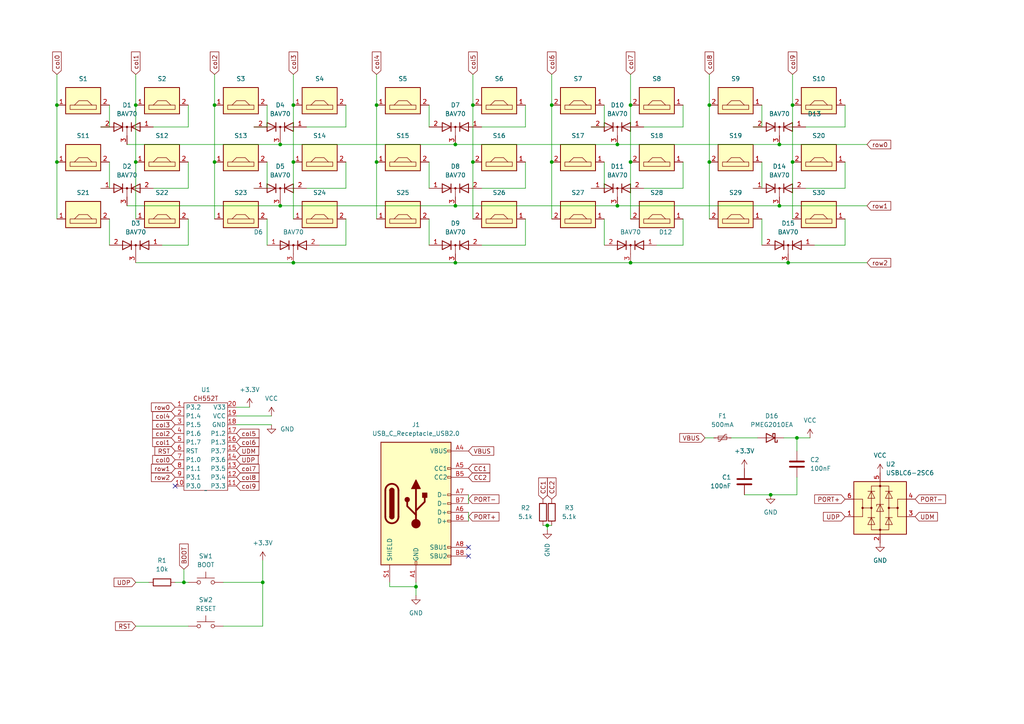
<source format=kicad_sch>
(kicad_sch (version 20231120) (generator "eeschema") (generator_version "8.0")
  (paper "A4")
  (lib_symbols
    (symbol "Connector:USB_C_Receptacle_USB2.0" (pin_names (offset 1.016))
      (property "Reference" "J" (at -10.16 19.05 0))
      (property "Value" "USB_C_Receptacle_USB2.0" (at 19.05 19.05 0))
      (symbol "USB_C_Receptacle_USB2.0_0_0"
        (rectangle (start -0.254 -17.78) (end 0.254 -16.764))
        (rectangle (start 10.16 -14.986) (end 9.144 -15.494))
        (rectangle (start 10.16 -12.446) (end 9.144 -12.954))
        (rectangle (start 10.16 -4.826) (end 9.144 -5.334))
        (rectangle (start 10.16 -2.286) (end 9.144 -2.794))
        (rectangle (start 10.16 0.254) (end 9.144 -0.254))
        (rectangle (start 10.16 2.794) (end 9.144 2.286))
        (rectangle (start 10.16 7.874) (end 9.144 7.366))
        (rectangle (start 10.16 10.414) (end 9.144 9.906))
        (rectangle (start 10.16 15.494) (end 9.144 14.986))
      )
      (symbol "USB_C_Receptacle_USB2.0_0_1"
        (rectangle (start -10.16 17.78) (end 10.16 -17.78) (stroke (width 0.254)) (fill (type background)))
        (arc (start -8.89 -3.81) (mid -6.985 -5.7067) (end -5.08 -3.81) (stroke (width 0.508)))
        (arc (start -7.62 -3.81) (mid -6.985 -4.4423) (end -6.35 -3.81) (stroke (width 0.254)))
        (arc (start -7.62 -3.81) (mid -6.985 -4.4423) (end -6.35 -3.81) (stroke (width 0.254)) (fill (type outline)))
        (rectangle (start -7.62 -3.81) (end -6.35 3.81) (stroke (width 0.254)) (fill (type outline)))
        (arc (start -6.35 3.81) (mid -6.985 4.4423) (end -7.62 3.81) (stroke (width 0.254)))
        (arc (start -6.35 3.81) (mid -6.985 4.4423) (end -7.62 3.81) (stroke (width 0.254)) (fill (type outline)))
        (arc (start -5.08 3.81) (mid -6.985 5.7067) (end -8.89 3.81) (stroke (width 0.508)))
        (circle (center -2.54 1.143) (radius 0.635) (stroke (width 0.254)) (fill (type outline)))
        (circle (center 0 -5.842) (radius 1.27) (fill (type outline)))
        (polyline (pts (xy -8.89 -3.81) (xy -8.89 3.81)) (stroke (width 0.508)))
        (polyline (pts (xy -5.08 3.81) (xy -5.08 -3.81)) (stroke (width 0.508)))
        (polyline (pts (xy 0 -5.842) (xy 0 4.318)) (stroke (width 0.508)))
        (polyline (pts (xy 0 -3.302) (xy -2.54 -0.762) (xy -2.54 0.508)) (stroke (width 0.508)))
        (polyline (pts (xy 0 -2.032) (xy 2.54 0.508) (xy 2.54 1.778)) (stroke (width 0.508)))
        (polyline (pts (xy -1.27 4.318) (xy 0 6.858) (xy 1.27 4.318) (xy -1.27 4.318)) (stroke (width 0.254)) (fill (type outline)))
        (rectangle (start 1.905 1.778) (end 3.175 3.048) (stroke (width 0.254)) (fill (type outline)))
      )
      (symbol "USB_C_Receptacle_USB2.0_1_1"
        (pin passive line (at 0 -22.86 90) (length 5.08) (name "GND") (number "A1"))
        (pin passive line (at 0 -22.86 90) (length 5.08) hide (name "GND") (number "A12"))
        (pin passive line (at 15.24 15.24 180) (length 5.08) (name "VBUS") (number "A4"))
        (pin bidirectional line (at 15.24 10.16 180) (length 5.08) (name "CC1") (number "A5"))
        (pin bidirectional line (at 15.24 -2.54 180) (length 5.08) (name "D+") (number "A6"))
        (pin bidirectional line (at 15.24 2.54 180) (length 5.08) (name "D-") (number "A7"))
        (pin bidirectional line (at 15.24 -12.7 180) (length 5.08) (name "SBU1") (number "A8"))
        (pin passive line (at 15.24 15.24 180) (length 5.08) hide (name "VBUS") (number "A9"))
        (pin passive line (at 0 -22.86 90) (length 5.08) hide (name "GND") (number "B1"))
        (pin passive line (at 0 -22.86 90) (length 5.08) hide (name "GND") (number "B12"))
        (pin passive line (at 15.24 15.24 180) (length 5.08) hide (name "VBUS") (number "B4"))
        (pin bidirectional line (at 15.24 7.62 180) (length 5.08) (name "CC2") (number "B5"))
        (pin bidirectional line (at 15.24 -5.08 180) (length 5.08) (name "D+") (number "B6"))
        (pin bidirectional line (at 15.24 0 180) (length 5.08) (name "D-") (number "B7"))
        (pin bidirectional line (at 15.24 -15.24 180) (length 5.08) (name "SBU2") (number "B8"))
        (pin passive line (at 15.24 15.24 180) (length 5.08) hide (name "VBUS") (number "B9"))
        (pin passive line (at -7.62 -22.86 90) (length 5.08) (name "SHIELD") (number "S1"))
      )
    )
    (symbol "Device:C" (pin_numbers hide) (pin_names (offset 0.254))
      (property "Reference" "C" (at 0.635 2.54 0))
      (property "Value" "C" (at 0.635 -2.54 0))
      (symbol "C_0_1"
        (polyline (pts (xy -2.032 -0.762) (xy 2.032 -0.762)) (stroke (width 0.508)))
        (polyline (pts (xy -2.032 0.762) (xy 2.032 0.762)) (stroke (width 0.508)))
      )
      (symbol "C_1_1"
        (pin passive line (at 0 3.81 270) (length 2.794) (name "~") (number "1"))
        (pin passive line (at 0 -3.81 90) (length 2.794) (name "~") (number "2"))
      )
    )
    (symbol "Device:D_Schottky" (pin_numbers hide) (pin_names (offset 1.016) hide)
      (property "Reference" "D" (at 0 2.54 0))
      (property "Value" "D_Schottky" (at 0 -2.54 0))
      (symbol "D_Schottky_0_1"
        (polyline (pts (xy 1.27 0) (xy -1.27 0)))
        (polyline (pts (xy 1.27 1.27) (xy 1.27 -1.27) (xy -1.27 0) (xy 1.27 1.27)) (stroke (width 0.254)))
        (polyline (pts (xy -1.905 0.635) (xy -1.905 1.27) (xy -1.27 1.27) (xy -1.27 -1.27) (xy -0.635 -1.27) (xy -0.635 -0.635)) (stroke (width 0.254)))
      )
      (symbol "D_Schottky_1_1"
        (pin passive line (at -3.81 0 0) (length 2.54) (name "K") (number "1"))
        (pin passive line (at 3.81 0 180) (length 2.54) (name "A") (number "2"))
      )
    )
    (symbol "Device:Polyfuse_Small" (pin_numbers hide) (pin_names (offset 0))
      (property "Reference" "F" (at -1.905 0 90))
      (property "Value" "Polyfuse_Small" (at 1.905 0 90))
      (symbol "Polyfuse_Small_0_1"
        (rectangle (start -0.508 1.27) (end 0.508 -1.27))
        (polyline (pts (xy 0 2.54) (xy 0 -2.54)))
        (polyline (pts (xy -1.016 1.27) (xy -1.016 0.762) (xy 1.016 -0.762) (xy 1.016 -1.27)))
      )
      (symbol "Polyfuse_Small_1_1"
        (pin passive line (at 0 2.54 270) (length 0.635) (name "~") (number "1"))
        (pin passive line (at 0 -2.54 90) (length 0.635) (name "~") (number "2"))
      )
    )
    (symbol "Device:R" (pin_numbers hide) (pin_names (offset 0))
      (property "Reference" "R" (at 2.032 0 90))
      (property "Value" "R" (at 0 0 90))
      (symbol "R_0_1"
        (rectangle (start -1.016 -2.54) (end 1.016 2.54) (stroke (width 0.254)))
      )
      (symbol "R_1_1"
        (pin passive line (at 0 3.81 270) (length 1.27) (name "~") (number "1"))
        (pin passive line (at 0 -3.81 90) (length 1.27) (name "~") (number "2"))
      )
    )
    (symbol "Diode:BAV70" (pin_names hide)
      (property "Reference" "D" (at 0.635 -2.54 0))
      (property "Value" "BAV70" (at 0 2.54 0))
      (symbol "BAV70_0_1"
        (polyline (pts (xy -3.81 0) (xy 3.81 0)))
        (polyline (pts (xy 0 0) (xy 0 -2.54)))
        (polyline (pts (xy -1.27 -1.27) (xy -1.27 1.27) (xy -1.27 1.27)) (stroke (width 0.254)))
        (polyline (pts (xy 1.27 -1.27) (xy 1.27 1.27) (xy 1.27 1.27)) (stroke (width 0.254)))
        (polyline (pts (xy -3.81 1.27) (xy -1.27 0) (xy -3.81 -1.27) (xy -3.81 1.27) (xy -3.81 1.27) (xy -3.81 1.27)) (stroke (width 0.254)))
        (polyline (pts (xy 3.81 -1.27) (xy 1.27 0) (xy 3.81 1.27) (xy 3.81 -1.27) (xy 3.81 -1.27) (xy 3.81 -1.27)) (stroke (width 0.254)))
        (circle (center 0 0) (radius 0.254) (fill (type outline)))
        (pin passive line (at -7.62 0 0) (length 3.81) (name "A") (number "1"))
        (pin passive line (at 7.62 0 180) (length 3.81) (name "A") (number "2"))
        (pin passive line (at 0 -5.08 90) (length 2.54) (name "K") (number "3"))
      )
    )
    (symbol "Power_Protection:USBLC6-2SC6" (pin_names hide)
      (property "Reference" "U" (at 2.54 8.89 0))
      (property "Value" "USBLC6-2SC6" (at 2.54 -8.89 0))
      (symbol "USBLC6-2SC6_0_1"
        (rectangle (start -7.62 -7.62) (end 7.62 7.62) (stroke (width 0.254)) (fill (type background)))
        (circle (center -5.08 0) (radius 0.254) (fill (type outline)))
        (circle (center -2.54 0) (radius 0.254) (fill (type outline)))
        (rectangle (start -2.54 6.35) (end 2.54 -6.35))
        (circle (center 0 -6.35) (radius 0.254) (fill (type outline)))
        (polyline (pts (xy -5.08 -2.54) (xy -7.62 -2.54)))
        (polyline (pts (xy -5.08 0) (xy -5.08 -2.54)))
        (polyline (pts (xy -5.08 2.54) (xy -7.62 2.54)))
        (polyline (pts (xy -1.524 -2.794) (xy -3.556 -2.794)))
        (polyline (pts (xy -1.524 4.826) (xy -3.556 4.826)))
        (polyline (pts (xy 0 -7.62) (xy 0 -6.35)))
        (polyline (pts (xy 0 -6.35) (xy 0 1.27)))
        (polyline (pts (xy 0 1.27) (xy 0 6.35)))
        (polyline (pts (xy 0 6.35) (xy 0 7.62)))
        (polyline (pts (xy 1.524 -2.794) (xy 3.556 -2.794)))
        (polyline (pts (xy 1.524 4.826) (xy 3.556 4.826)))
        (polyline (pts (xy 5.08 -2.54) (xy 7.62 -2.54)))
        (polyline (pts (xy 5.08 0) (xy 5.08 -2.54)))
        (polyline (pts (xy 5.08 2.54) (xy 7.62 2.54)))
        (polyline (pts (xy -2.54 0) (xy -5.08 0) (xy -5.08 2.54)))
        (polyline (pts (xy 2.54 0) (xy 5.08 0) (xy 5.08 2.54)))
        (polyline (pts (xy -3.556 -4.826) (xy -1.524 -4.826) (xy -2.54 -2.794) (xy -3.556 -4.826)))
        (polyline (pts (xy -3.556 2.794) (xy -1.524 2.794) (xy -2.54 4.826) (xy -3.556 2.794)))
        (polyline (pts (xy -1.016 -1.016) (xy 1.016 -1.016) (xy 0 1.016) (xy -1.016 -1.016)))
        (polyline (pts (xy 1.016 1.016) (xy 0.762 1.016) (xy -1.016 1.016) (xy -1.016 0.508)))
        (polyline (pts (xy 3.556 -4.826) (xy 1.524 -4.826) (xy 2.54 -2.794) (xy 3.556 -4.826)))
        (polyline (pts (xy 3.556 2.794) (xy 1.524 2.794) (xy 2.54 4.826) (xy 3.556 2.794)))
        (circle (center 0 6.35) (radius 0.254) (fill (type outline)))
        (circle (center 2.54 0) (radius 0.254) (fill (type outline)))
        (circle (center 5.08 0) (radius 0.254) (fill (type outline)))
      )
      (symbol "USBLC6-2SC6_1_1"
        (pin passive line (at -10.16 -2.54 0) (length 2.54) (name "I/O1") (number "1"))
        (pin passive line (at 0 -10.16 90) (length 2.54) (name "GND") (number "2"))
        (pin passive line (at 10.16 -2.54 180) (length 2.54) (name "I/O2") (number "3"))
        (pin passive line (at 10.16 2.54 180) (length 2.54) (name "I/O2") (number "4"))
        (pin passive line (at 0 10.16 270) (length 2.54) (name "VBUS") (number "5"))
        (pin passive line (at -10.16 2.54 0) (length 2.54) (name "I/O1") (number "6"))
      )
    )
    (symbol "Switch:SW_Push" (pin_numbers hide) (pin_names (offset 1.016) hide)
      (property "Reference" "SW" (at 1.27 2.54 0))
      (property "Value" "SW_Push" (at 0 -1.524 0))
      (symbol "SW_Push_0_1"
        (circle (center -2.032 0) (radius 0.508))
        (polyline (pts (xy 0 1.27) (xy 0 3.048)))
        (polyline (pts (xy 2.54 1.27) (xy -2.54 1.27)))
        (circle (center 2.032 0) (radius 0.508))
        (pin passive line (at -5.08 0 0) (length 2.54) (name "1") (number "1"))
        (pin passive line (at 5.08 0 180) (length 2.54) (name "2") (number "2"))
      )
    )
    (symbol "apfel:mcu_ch552t_tssop-20"
      (property "Reference" "U1" (at 0 16.51 0))
      (property "Value" "~" (at 0 -12.7 0))
      (symbol "mcu_ch552t_tssop-20_0_1"
        (rectangle (start -6.35 12.7) (end 6.35 -12.7))
      )
      (symbol "mcu_ch552t_tssop-20_1_1"
        (text "CH552T\n" (at 0 13.97 0) (effects (font (size 1.27 1.27))))
        (pin input line (at -8.89 11.43 0) (length 2.54) (name "P3.2") (number "1"))
        (pin input line (at -8.89 -11.43 0) (length 2.54) (name "P3.0") (number "10"))
        (pin input line (at 8.89 -11.43 180) (length 2.54) (name "P3.3") (number "11"))
        (pin input line (at 8.89 -8.89 180) (length 2.54) (name "P3.4") (number "12"))
        (pin input line (at 8.89 -6.35 180) (length 2.54) (name "P3.5") (number "13"))
        (pin input line (at 8.89 -3.81 180) (length 2.54) (name "P3.6") (number "14"))
        (pin input line (at 8.89 -1.27 180) (length 2.54) (name "P3.7") (number "15"))
        (pin input line (at 8.89 1.27 180) (length 2.54) (name "P1.3") (number "16"))
        (pin input line (at 8.89 3.81 180) (length 2.54) (name "P1.2") (number "17"))
        (pin input line (at 8.89 6.35 180) (length 2.54) (name "GND") (number "18"))
        (pin input line (at 8.89 8.89 180) (length 2.54) (name "VCC") (number "19"))
        (pin input line (at -8.89 8.89 0) (length 2.54) (name "P1.4") (number "2"))
        (pin input line (at 8.89 11.43 180) (length 2.54) (name "V33") (number "20"))
        (pin input line (at -8.89 6.35 0) (length 2.54) (name "P1.5") (number "3"))
        (pin input line (at -8.89 3.81 0) (length 2.54) (name "P1.6") (number "4"))
        (pin input line (at -8.89 1.27 0) (length 2.54) (name "P1.7") (number "5"))
        (pin input line (at -8.89 -1.27 0) (length 2.54) (name "RST") (number "6"))
        (pin input line (at -8.89 -3.81 0) (length 2.54) (name "P1.0") (number "7"))
        (pin input line (at -8.89 -6.35 0) (length 2.54) (name "P1.1") (number "8"))
        (pin input line (at -8.89 -8.89 0) (length 2.54) (name "P3.1") (number "9"))
      )
    )
    (symbol "power:+3.3V" (power) (pin_names (offset 0))
      (property "Value" "+3.3V" (at 0 3.556 0))
      (symbol "+3.3V_0_1"
        (polyline (pts (xy -0.762 1.27) (xy 0 2.54)))
        (polyline (pts (xy 0 0) (xy 0 2.54)))
        (polyline (pts (xy 0 2.54) (xy 0.762 1.27)))
      )
      (symbol "+3.3V_1_1"
        (pin power_in line (at 0 0 90) (length 0) hide (name "+3.3V") (number "1"))
      )
    )
    (symbol "power:GND" (power) (pin_names (offset 0))
      (property "Value" "GND" (at 0 -3.81 0))
      (symbol "GND_0_1"
        (polyline (pts (xy 0 0) (xy 0 -1.27) (xy 1.27 -1.27) (xy 0 -2.54) (xy -1.27 -1.27) (xy 0 -1.27)))
      )
      (symbol "GND_1_1"
        (pin power_in line (at 0 0 270) (length 0) hide (name "GND") (number "1"))
      )
    )
    (symbol "power:VCC" (power) (pin_names (offset 0))
      (property "Value" "VCC" (at 0 3.81 0))
      (symbol "VCC_0_1"
        (polyline (pts (xy -0.762 1.27) (xy 0 2.54)))
        (polyline (pts (xy 0 0) (xy 0 2.54)))
        (polyline (pts (xy 0 2.54) (xy 0.762 1.27)))
      )
      (symbol "VCC_1_1"
        (pin power_in line (at 0 0 90) (length 0) hide (name "VCC") (number "1"))
      )
    )
    (symbol "s-ol:PG1350" (pin_names (offset 0.254))
      (property "Reference" "S" (at -2.54 2.54 0))
      (symbol "PG1350_0_1"
        (rectangle (start 5.08 5.08) (end -5.08 -2.54) (stroke (width 0.254)) (fill (type background)))
      )
      (symbol "PG1350_1_1"
        (polyline (pts (xy -2.54 0) (xy -1.27 1.27) (xy 1.27 1.27) (xy 2.54 0)))
        (polyline (pts (xy -3.81 -1.27) (xy 3.81 -1.27) (xy 3.81 0) (xy -3.81 0) (xy -3.81 -1.27)))
        (pin passive line (at -7.62 0 0) (length 2.54) (name "~") (number "1"))
        (pin passive line (at 7.62 0 180) (length 2.54) (name "~") (number "2"))
      )
    )
  )
  (junction (at 76.2 168.91))
  (junction (at 85.09 46.99))
  (junction (at 132.08 59.69))
  (junction (at 179.07 41.91))
  (junction (at 85.09 30.48))
  (junction (at 182.88 30.48))
  (junction (at 228.6 76.2))
  (junction (at 226.06 41.91))
  (junction (at 81.28 59.69))
  (junction (at 85.09 76.2))
  (junction (at 16.51 46.99))
  (junction (at 205.74 30.48))
  (junction (at 158.75 152.4))
  (junction (at 39.37 46.99))
  (junction (at 182.88 46.99))
  (junction (at 39.37 30.48))
  (junction (at 231.14 127))
  (junction (at 62.23 46.99))
  (junction (at 160.02 30.48))
  (junction (at 81.28 41.91))
  (junction (at 16.51 30.48))
  (junction (at 229.87 30.48))
  (junction (at 132.08 41.91))
  (junction (at 109.22 46.99))
  (junction (at 160.02 46.99))
  (junction (at 120.65 170.18))
  (junction (at 229.87 46.99))
  (junction (at 182.88 76.2))
  (junction (at 223.52 143.51))
  (junction (at 137.16 30.48))
  (junction (at 62.23 30.48))
  (junction (at 132.08 76.2))
  (junction (at 179.07 59.69))
  (junction (at 205.74 46.99))
  (junction (at 53.34 168.91))
  (junction (at 226.06 59.69))
  (junction (at 109.22 30.48))
  (junction (at 137.16 46.99))
  (no_connect (at 135.89 158.75))
  (no_connect (at 50.8 140.97))
  (no_connect (at 135.89 161.29))
  (wire (pts (xy 152.4 63.5) (xy 152.4 71.12)))
  (wire (pts (xy 29.21 54.61) (xy 31.75 54.61)))
  (wire (pts (xy 179.07 59.69) (xy 226.06 59.69)))
  (wire (pts (xy 39.37 76.2) (xy 85.09 76.2)))
  (wire (pts (xy 124.46 30.48) (xy 124.46 36.83)))
  (wire (pts (xy 124.46 46.99) (xy 124.46 54.61)))
  (wire (pts (xy 245.11 71.12) (xy 236.22 71.12)))
  (wire (pts (xy 81.28 59.69) (xy 132.08 59.69)))
  (wire (pts (xy 135.89 148.59) (xy 135.89 151.13)))
  (wire (pts (xy 109.22 21.59) (xy 109.22 30.48)))
  (wire (pts (xy 39.37 168.91) (xy 43.18 168.91)))
  (wire (pts (xy 16.51 21.59) (xy 16.51 30.48)))
  (wire (pts (xy 226.06 41.91) (xy 251.46 41.91)))
  (wire (pts (xy 113.03 168.91) (xy 113.03 170.18)))
  (wire (pts (xy 39.37 46.99) (xy 39.37 63.5)))
  (wire (pts (xy 218.44 36.83) (xy 220.98 36.83)))
  (wire (pts (xy 158.75 152.4) (xy 160.02 152.4)))
  (wire (pts (xy 39.37 30.48) (xy 39.37 46.99)))
  (wire (pts (xy 109.22 30.48) (xy 109.22 46.99)))
  (wire (pts (xy 88.9 54.61) (xy 100.33 54.61)))
  (wire (pts (xy 92.71 71.12) (xy 100.33 71.12)))
  (wire (pts (xy 39.37 21.59) (xy 39.37 30.48)))
  (wire (pts (xy 229.87 30.48) (xy 229.87 46.99)))
  (wire (pts (xy 245.11 30.48) (xy 245.11 36.83)))
  (wire (pts (xy 54.61 36.83) (xy 44.45 36.83)))
  (wire (pts (xy 77.47 36.83) (xy 73.66 36.83)))
  (wire (pts (xy 31.75 54.61) (xy 31.75 46.99)))
  (wire (pts (xy 160.02 46.99) (xy 160.02 63.5)))
  (wire (pts (xy 100.33 30.48) (xy 100.33 36.83)))
  (wire (pts (xy 220.98 36.83) (xy 220.98 30.48)))
  (wire (pts (xy 231.14 127) (xy 234.95 127)))
  (wire (pts (xy 229.87 46.99) (xy 229.87 63.5)))
  (wire (pts (xy 54.61 30.48) (xy 54.61 36.83)))
  (wire (pts (xy 113.03 170.18) (xy 120.65 170.18)))
  (wire (pts (xy 54.61 63.5) (xy 54.61 71.12)))
  (wire (pts (xy 198.12 46.99) (xy 198.12 54.61)))
  (wire (pts (xy 231.14 127) (xy 231.14 130.81)))
  (wire (pts (xy 233.68 36.83) (xy 245.11 36.83)))
  (wire (pts (xy 198.12 63.5) (xy 198.12 71.12)))
  (wire (pts (xy 212.09 127) (xy 219.71 127)))
  (wire (pts (xy 85.09 46.99) (xy 85.09 63.5)))
  (wire (pts (xy 160.02 30.48) (xy 160.02 46.99)))
  (wire (pts (xy 53.34 168.91) (xy 54.61 168.91)))
  (wire (pts (xy 76.2 181.61) (xy 64.77 181.61)))
  (wire (pts (xy 152.4 36.83) (xy 152.4 30.48)))
  (wire (pts (xy 64.77 168.91) (xy 76.2 168.91)))
  (wire (pts (xy 31.75 30.48) (xy 31.75 36.83)))
  (wire (pts (xy 175.26 30.48) (xy 175.26 36.83)))
  (wire (pts (xy 109.22 46.99) (xy 109.22 63.5)))
  (wire (pts (xy 152.4 71.12) (xy 139.7 71.12)))
  (wire (pts (xy 100.33 54.61) (xy 100.33 46.99)))
  (wire (pts (xy 220.98 63.5) (xy 220.98 71.12)))
  (wire (pts (xy 78.74 123.19) (xy 68.58 123.19)))
  (wire (pts (xy 16.51 30.48) (xy 16.51 46.99)))
  (wire (pts (xy 31.75 36.83) (xy 29.21 36.83)))
  (wire (pts (xy 245.11 46.99) (xy 245.11 54.61)))
  (wire (pts (xy 175.26 36.83) (xy 171.45 36.83)))
  (wire (pts (xy 85.09 30.48) (xy 85.09 46.99)))
  (wire (pts (xy 44.45 54.61) (xy 54.61 54.61)))
  (wire (pts (xy 135.89 143.51) (xy 135.89 146.05)))
  (wire (pts (xy 182.88 30.48) (xy 182.88 46.99)))
  (wire (pts (xy 132.08 59.69) (xy 179.07 59.69)))
  (wire (pts (xy 228.6 76.2) (xy 251.46 76.2)))
  (wire (pts (xy 220.98 54.61) (xy 218.44 54.61)))
  (wire (pts (xy 186.69 54.61) (xy 198.12 54.61)))
  (wire (pts (xy 85.09 21.59) (xy 85.09 30.48)))
  (wire (pts (xy 68.58 118.11) (xy 72.39 118.11)))
  (wire (pts (xy 160.02 21.59) (xy 160.02 30.48)))
  (wire (pts (xy 31.75 71.12) (xy 31.75 63.5)))
  (wire (pts (xy 220.98 46.99) (xy 220.98 54.61)))
  (wire (pts (xy 198.12 71.12) (xy 190.5 71.12)))
  (wire (pts (xy 50.8 168.91) (xy 53.34 168.91)))
  (wire (pts (xy 215.9 143.51) (xy 223.52 143.51)))
  (wire (pts (xy 62.23 21.59) (xy 62.23 30.48)))
  (wire (pts (xy 100.33 71.12) (xy 100.33 63.5)))
  (wire (pts (xy 229.87 21.59) (xy 229.87 30.48)))
  (wire (pts (xy 100.33 36.83) (xy 88.9 36.83)))
  (wire (pts (xy 245.11 63.5) (xy 245.11 71.12)))
  (wire (pts (xy 85.09 76.2) (xy 132.08 76.2)))
  (wire (pts (xy 77.47 63.5) (xy 77.47 71.12)))
  (wire (pts (xy 175.26 46.99) (xy 175.26 54.61)))
  (wire (pts (xy 204.47 127) (xy 207.01 127)))
  (wire (pts (xy 182.88 21.59) (xy 182.88 30.48)))
  (wire (pts (xy 76.2 162.56) (xy 76.2 168.91)))
  (wire (pts (xy 120.65 168.91) (xy 120.65 170.18)))
  (wire (pts (xy 152.4 54.61) (xy 152.4 46.99)))
  (wire (pts (xy 62.23 30.48) (xy 62.23 46.99)))
  (wire (pts (xy 16.51 46.99) (xy 16.51 63.5)))
  (wire (pts (xy 77.47 30.48) (xy 77.47 36.83)))
  (wire (pts (xy 73.66 54.61) (xy 77.47 54.61)))
  (wire (pts (xy 186.69 36.83) (xy 198.12 36.83)))
  (wire (pts (xy 77.47 54.61) (xy 77.47 46.99)))
  (wire (pts (xy 62.23 46.99) (xy 62.23 63.5)))
  (wire (pts (xy 81.28 41.91) (xy 132.08 41.91)))
  (wire (pts (xy 226.06 59.69) (xy 251.46 59.69)))
  (wire (pts (xy 158.75 152.4) (xy 158.75 153.67)))
  (wire (pts (xy 157.48 152.4) (xy 158.75 152.4)))
  (wire (pts (xy 137.16 46.99) (xy 137.16 63.5)))
  (wire (pts (xy 139.7 36.83) (xy 152.4 36.83)))
  (wire (pts (xy 54.61 54.61) (xy 54.61 46.99)))
  (wire (pts (xy 132.08 76.2) (xy 182.88 76.2)))
  (wire (pts (xy 137.16 21.59) (xy 137.16 30.48)))
  (wire (pts (xy 36.83 59.69) (xy 81.28 59.69)))
  (wire (pts (xy 198.12 30.48) (xy 198.12 36.83)))
  (wire (pts (xy 182.88 46.99) (xy 182.88 63.5)))
  (wire (pts (xy 120.65 170.18) (xy 120.65 172.72)))
  (wire (pts (xy 205.74 21.59) (xy 205.74 30.48)))
  (wire (pts (xy 53.34 165.1) (xy 53.34 168.91)))
  (wire (pts (xy 175.26 54.61) (xy 171.45 54.61)))
  (wire (pts (xy 231.14 143.51) (xy 231.14 138.43)))
  (wire (pts (xy 68.58 120.65) (xy 78.74 120.65)))
  (wire (pts (xy 205.74 30.48) (xy 205.74 46.99)))
  (wire (pts (xy 139.7 54.61) (xy 152.4 54.61)))
  (wire (pts (xy 76.2 168.91) (xy 76.2 181.61)))
  (wire (pts (xy 205.74 46.99) (xy 205.74 63.5)))
  (wire (pts (xy 227.33 127) (xy 231.14 127)))
  (wire (pts (xy 124.46 63.5) (xy 124.46 71.12)))
  (wire (pts (xy 182.88 76.2) (xy 228.6 76.2)))
  (wire (pts (xy 179.07 41.91) (xy 226.06 41.91)))
  (wire (pts (xy 233.68 54.61) (xy 245.11 54.61)))
  (wire (pts (xy 223.52 143.51) (xy 231.14 143.51)))
  (wire (pts (xy 54.61 71.12) (xy 46.99 71.12)))
  (wire (pts (xy 36.83 41.91) (xy 81.28 41.91)))
  (wire (pts (xy 137.16 30.48) (xy 137.16 46.99)))
  (wire (pts (xy 132.08 41.91) (xy 179.07 41.91)))
  (wire (pts (xy 175.26 63.5) (xy 175.26 71.12)))
  (wire (pts (xy 39.37 181.61) (xy 54.61 181.61)))
  (global_label "col3" (shape input) (at 85.09 21.59 90) (property "Intersheetrefs" "${INTERSHEET_REFS}" (effects (hide yes))))
  (global_label "VBUS" (shape input) (at 135.89 130.81 0) (property "Intersheetrefs" "${INTERSHEET_REFS}" (effects (hide yes))))
  (global_label "col5" (shape input) (at 68.58 125.73 0) (property "Intersheetrefs" "${INTERSHEET_REFS}" (effects (hide yes))))
  (global_label "row1" (shape input) (at 251.46 59.69 0) (property "Intersheetrefs" "${INTERSHEET_REFS}" (effects (hide yes))))
  (global_label "col7" (shape input) (at 68.58 135.89 0) (property "Intersheetrefs" "${INTERSHEET_REFS}" (effects (hide yes))))
  (global_label "row0" (shape input) (at 50.8 118.11 180) (property "Intersheetrefs" "${INTERSHEET_REFS}" (effects (hide yes))))
  (global_label "UDP" (shape input) (at 39.37 168.91 180) (property "Intersheetrefs" "${INTERSHEET_REFS}" (effects (hide yes))))
  (global_label "row2" (shape input) (at 50.8 138.43 180) (property "Intersheetrefs" "${INTERSHEET_REFS}" (effects (hide yes))))
  (global_label "row0" (shape input) (at 251.46 41.91 0) (property "Intersheetrefs" "${INTERSHEET_REFS}" (effects (hide yes))))
  (global_label "CC2" (shape input) (at 160.02 144.78 90) (property "Intersheetrefs" "${INTERSHEET_REFS}" (effects (hide yes))))
  (global_label "row2" (shape input) (at 251.46 76.2 0) (property "Intersheetrefs" "${INTERSHEET_REFS}" (effects (hide yes))))
  (global_label "PORT-" (shape input) (at 135.89 144.78 0) (property "Intersheetrefs" "${INTERSHEET_REFS}" (effects (hide yes))))
  (global_label "col3" (shape input) (at 50.8 123.19 180) (property "Intersheetrefs" "${INTERSHEET_REFS}" (effects (hide yes))))
  (global_label "col2" (shape input) (at 50.8 125.73 180) (property "Intersheetrefs" "${INTERSHEET_REFS}" (effects (hide yes))))
  (global_label "col6" (shape input) (at 68.58 128.27 0) (property "Intersheetrefs" "${INTERSHEET_REFS}" (effects (hide yes))))
  (global_label "PORT-" (shape input) (at 265.43 144.78 0) (property "Intersheetrefs" "${INTERSHEET_REFS}" (effects (hide yes))))
  (global_label "UDP" (shape input) (at 245.11 149.86 180) (property "Intersheetrefs" "${INTERSHEET_REFS}" (effects (hide yes))))
  (global_label "UDP" (shape input) (at 68.58 133.35 0) (property "Intersheetrefs" "${INTERSHEET_REFS}" (effects (hide yes))))
  (global_label "col4" (shape input) (at 50.8 120.65 180) (property "Intersheetrefs" "${INTERSHEET_REFS}" (effects (hide yes))))
  (global_label "col8" (shape input) (at 68.58 138.43 0) (property "Intersheetrefs" "${INTERSHEET_REFS}" (effects (hide yes))))
  (global_label "BOOT" (shape input) (at 53.34 165.1 90) (property "Intersheetrefs" "${INTERSHEET_REFS}" (effects (hide yes))))
  (global_label "RST" (shape input) (at 50.8 130.81 180) (property "Intersheetrefs" "${INTERSHEET_REFS}" (effects (hide yes))))
  (global_label "col5" (shape input) (at 137.16 21.59 90) (property "Intersheetrefs" "${INTERSHEET_REFS}" (effects (hide yes))))
  (global_label "UDM" (shape input) (at 68.58 130.81 0) (property "Intersheetrefs" "${INTERSHEET_REFS}" (effects (hide yes))))
  (global_label "CC1" (shape input) (at 135.89 135.89 0) (property "Intersheetrefs" "${INTERSHEET_REFS}" (effects (hide yes))))
  (global_label "VBUS" (shape input) (at 204.47 127 180) (property "Intersheetrefs" "${INTERSHEET_REFS}" (effects (hide yes))))
  (global_label "col8" (shape input) (at 205.74 21.59 90) (property "Intersheetrefs" "${INTERSHEET_REFS}" (effects (hide yes))))
  (global_label "col1" (shape input) (at 50.8 128.27 180) (property "Intersheetrefs" "${INTERSHEET_REFS}" (effects (hide yes))))
  (global_label "col6" (shape input) (at 160.02 21.59 90) (property "Intersheetrefs" "${INTERSHEET_REFS}" (effects (hide yes))))
  (global_label "col2" (shape input) (at 62.23 21.59 90) (property "Intersheetrefs" "${INTERSHEET_REFS}" (effects (hide yes))))
  (global_label "col9" (shape input) (at 68.58 140.97 0) (property "Intersheetrefs" "${INTERSHEET_REFS}" (effects (hide yes))))
  (global_label "col0" (shape input) (at 16.51 21.59 90) (property "Intersheetrefs" "${INTERSHEET_REFS}" (effects (hide yes))))
  (global_label "col1" (shape input) (at 39.37 21.59 90) (property "Intersheetrefs" "${INTERSHEET_REFS}" (effects (hide yes))))
  (global_label "UDM" (shape input) (at 265.43 149.86 0) (property "Intersheetrefs" "${INTERSHEET_REFS}" (effects (hide yes))))
  (global_label "row1" (shape input) (at 50.8 135.89 180) (property "Intersheetrefs" "${INTERSHEET_REFS}" (effects (hide yes))))
  (global_label "PORT+" (shape input) (at 245.11 144.78 180) (property "Intersheetrefs" "${INTERSHEET_REFS}" (effects (hide yes))))
  (global_label "PORT+" (shape input) (at 135.89 149.86 0) (property "Intersheetrefs" "${INTERSHEET_REFS}" (effects (hide yes))))
  (global_label "RST" (shape input) (at 39.37 181.61 180) (property "Intersheetrefs" "${INTERSHEET_REFS}" (effects (hide yes))))
  (global_label "col4" (shape input) (at 109.22 21.59 90) (property "Intersheetrefs" "${INTERSHEET_REFS}" (effects (hide yes))))
  (global_label "col0" (shape input) (at 50.8 133.35 180) (property "Intersheetrefs" "${INTERSHEET_REFS}" (effects (hide yes))))
  (global_label "CC2" (shape input) (at 135.89 138.43 0) (property "Intersheetrefs" "${INTERSHEET_REFS}" (effects (hide yes))))
  (global_label "col7" (shape input) (at 182.88 21.59 90) (property "Intersheetrefs" "${INTERSHEET_REFS}" (effects (hide yes))))
  (global_label "col9" (shape input) (at 229.87 21.59 90) (property "Intersheetrefs" "${INTERSHEET_REFS}" (effects (hide yes))))
  (global_label "CC1" (shape input) (at 157.48 144.78 90) (property "Intersheetrefs" "${INTERSHEET_REFS}" (effects (hide yes))))
  (symbol (lib_id "Device:Polyfuse_Small") (at 209.55 127 270) (unit 1)
    (property "Reference" "F1" (at 209.55 120.65 90))
    (property "Value" "500mA" (at 209.55 123.19 90))
    (property "Footprint" "Fuse:Fuse_0603_1608Metric_Pad1.05x0.95mm_HandSolder" (effects (hide yes)))
  )
  (symbol (lib_id "s-ol:PG1350") (at 46.99 46.99 0) (unit 1)
    (property "Reference" "S12" (at 46.99 39.37 0))
    (property "Value" "PG1350" (effects (hide yes)))
    (property "Footprint" "Cherry_ULP:Cherry_ULP_TH_CUT" (effects (hide yes)))
    (property "Description" "Keyswitch" (effects (hide yes)))
  )
  (symbol (lib_id "s-ol:PG1350") (at 237.49 30.48 0) (mirror y) (unit 1)
    (property "Reference" "S10" (at 237.49 22.86 0))
    (property "Value" "PG1350" (effects (hide yes)))
    (property "Footprint" "Cherry_ULP:Cherry_ULP_TH_CUT" (effects (hide yes)))
    (property "Description" "Keyswitch" (effects (hide yes)))
  )
  (symbol (lib_id "Diode:BAV70") (at 132.08 54.61 0) (unit 1)
    (property "Reference" "D8" (at 132.08 48.26 0))
    (property "Value" "BAV70" (at 132.08 50.8 0))
    (property "Footprint" "Package_TO_SOT_SMD:SOT-23" (effects (hide yes)))
    (property "Datasheet" "https://assets.nexperia.com/documents/data-sheet/BAV70_SER.pdf" (effects (hide yes)))
    (property "Description" "Dual 100V 215mA high-speed switching diodes, common cathode, SOT-23" (effects (hide yes)))
  )
  (symbol (lib_id "Device:D_Schottky") (at 223.52 127 180) (unit 1)
    (property "Reference" "D16" (at 223.8375 120.65 0))
    (property "Value" "PMEG2010EA" (at 223.8375 123.19 0))
    (property "Footprint" "Diode_SMD:D_SOD-323_HandSoldering" (effects (hide yes)))
  )
  (symbol (lib_id "apfel:mcu_ch552t_tssop-20") (at 59.69 129.54 0) (unit 1)
    (property "Reference" "U1" (at 59.69 113.03 0))
    (property "Value" "~" (at 59.69 142.24 0))
    (property "Footprint" "Package_SO:TSSOP-20_4.4x6.5mm_P0.65mm" (effects (hide yes)))
  )
  (symbol (lib_id "s-ol:PG1350") (at 190.5 30.48 0) (mirror y) (unit 1)
    (property "Reference" "S8" (at 190.5 22.86 0))
    (property "Value" "PG1350" (effects (hide yes)))
    (property "Footprint" "Cherry_ULP:Cherry_ULP_TH_CUT" (effects (hide yes)))
    (property "Description" "Keyswitch" (effects (hide yes)))
  )
  (symbol (lib_id "s-ol:PG1350") (at 24.13 63.5 0) (unit 1)
    (property "Reference" "S21" (at 24.13 55.88 0))
    (property "Value" "PG1350" (effects (hide yes)))
    (property "Footprint" "Cherry_ULP:Cherry_ULP_TH_CUT" (effects (hide yes)))
    (property "Description" "Keyswitch" (effects (hide yes)))
  )
  (symbol (lib_id "s-ol:PG1350") (at 46.99 30.48 0) (unit 1)
    (property "Reference" "S2" (at 46.99 22.86 0))
    (property "Value" "PG1350" (effects (hide yes)))
    (property "Footprint" "Cherry_ULP:Cherry_ULP_TH_CUT" (effects (hide yes)))
    (property "Description" "Keyswitch" (effects (hide yes)))
  )
  (symbol (lib_id "Switch:SW_Push") (at 59.69 168.91 0) (unit 1)
    (property "Reference" "SW1" (at 59.69 161.29 0))
    (property "Value" "BOOT" (at 59.69 163.83 0))
    (property "Footprint" "Button_Switch_SMD:SW_Push_SPST_NO_Alps_SKRK" (effects (hide yes)))
  )
  (symbol (lib_id "Diode:BAV70") (at 226.06 54.61 0) (unit 1)
    (property "Reference" "D14" (at 226.06 48.26 0))
    (property "Value" "BAV70" (at 226.06 50.8 0))
    (property "Footprint" "Package_TO_SOT_SMD:SOT-23" (effects (hide yes)))
    (property "Datasheet" "https://assets.nexperia.com/documents/data-sheet/BAV70_SER.pdf" (effects (hide yes)))
    (property "Description" "Dual 100V 215mA high-speed switching diodes, common cathode, SOT-23" (effects (hide yes)))
  )
  (symbol (lib_id "Device:C") (at 231.14 134.62 0) (unit 1)
    (property "Reference" "C2" (at 234.95 133.35 0) (effects (justify left)))
    (property "Value" "100nF" (at 234.95 135.89 0) (effects (justify left)))
    (property "Footprint" "Capacitor_SMD:C_0603_1608Metric_Pad1.08x0.95mm_HandSolder" (effects (hide yes)))
  )
  (symbol (lib_id "s-ol:PG1350") (at 144.78 30.48 0) (mirror y) (unit 1)
    (property "Reference" "S6" (at 144.78 22.86 0))
    (property "Value" "PG1350" (effects (hide yes)))
    (property "Footprint" "Cherry_ULP:Cherry_ULP_TH_CUT" (effects (hide yes)))
    (property "Description" "Keyswitch" (effects (hide yes)))
  )
  (symbol (lib_id "Device:C") (at 215.9 139.7 0) (unit 1)
    (property "Reference" "C1" (at 212.09 138.43 0) (effects (justify right)))
    (property "Value" "100nF" (at 212.09 140.97 0) (effects (justify right)))
    (property "Footprint" "Capacitor_SMD:C_0603_1608Metric_Pad1.08x0.95mm_HandSolder" (effects (hide yes)))
  )
  (symbol (lib_id "s-ol:PG1350") (at 46.99 63.5 0) (unit 1)
    (property "Reference" "S22" (at 46.99 55.88 0))
    (property "Value" "PG1350" (effects (hide yes)))
    (property "Footprint" "Cherry_ULP:Cherry_ULP_TH_CUT" (effects (hide yes)))
    (property "Description" "Keyswitch" (effects (hide yes)))
  )
  (symbol (lib_id "Device:R") (at 157.48 148.59 0) (mirror y) (unit 1)
    (property "Reference" "R2" (at 152.4 147.32 0))
    (property "Value" "5.1k" (at 152.4 149.86 0))
    (property "Footprint" "Resistor_SMD:R_0603_1608Metric_Pad0.98x0.95mm_HandSolder" (effects (hide yes)))
  )
  (symbol (lib_id "Switch:SW_Push") (at 59.69 181.61 0) (unit 1)
    (property "Reference" "SW2" (at 59.69 173.99 0))
    (property "Value" "RESET" (at 59.69 176.53 0))
    (property "Footprint" "Button_Switch_SMD:SW_Push_SPST_NO_Alps_SKRK" (effects (hide yes)))
  )
  (symbol (lib_id "s-ol:PG1350") (at 213.36 30.48 0) (mirror y) (unit 1)
    (property "Reference" "S9" (at 213.36 22.86 0))
    (property "Value" "PG1350" (effects (hide yes)))
    (property "Footprint" "Cherry_ULP:Cherry_ULP_TH_CUT" (effects (hide yes)))
    (property "Description" "Keyswitch" (effects (hide yes)))
  )
  (symbol (lib_id "power:+3.3V") (at 76.2 162.56 0) (mirror y) (unit 1)
    (property "Reference" "#PWR02" (effects (hide yes)))
    (property "Value" "+3.3V" (at 76.2 157.48 0))
  )
  (symbol (lib_id "s-ol:PG1350") (at 116.84 30.48 0) (unit 1)
    (property "Reference" "S5" (at 116.84 22.86 0))
    (property "Value" "PG1350" (effects (hide yes)))
    (property "Footprint" "Cherry_ULP:Cherry_ULP_TH_CUT" (effects (hide yes)))
    (property "Description" "Keyswitch" (effects (hide yes)))
  )
  (symbol (lib_id "s-ol:PG1350") (at 144.78 46.99 0) (mirror y) (unit 1)
    (property "Reference" "S16" (at 144.78 39.37 0))
    (property "Value" "PG1350" (effects (hide yes)))
    (property "Footprint" "Cherry_ULP:Cherry_ULP_TH_CUT" (effects (hide yes)))
    (property "Description" "Keyswitch" (effects (hide yes)))
  )
  (symbol (lib_id "s-ol:PG1350") (at 167.64 63.5 0) (mirror y) (unit 1)
    (property "Reference" "S27" (at 167.64 55.88 0))
    (property "Value" "PG1350" (effects (hide yes)))
    (property "Footprint" "Cherry_ULP:Cherry_ULP_TH_CUT" (effects (hide yes)))
    (property "Description" "Keyswitch" (effects (hide yes)))
  )
  (symbol (lib_id "power:GND") (at 255.27 157.48 0) (unit 1)
    (property "Reference" "#PWR011" (effects (hide yes)))
    (property "Value" "GND" (at 255.27 162.56 0))
  )
  (symbol (lib_id "power:GND") (at 158.75 153.67 0) (mirror y) (unit 1)
    (property "Reference" "#PWR06" (effects (hide yes)))
    (property "Value" "GND" (at 158.75 157.48 90) (effects (justify right)))
  )
  (symbol (lib_id "Diode:BAV70") (at 36.83 36.83 0) (mirror y) (unit 1)
    (property "Reference" "D1" (at 36.83 30.48 0))
    (property "Value" "BAV70" (at 36.83 33.02 0))
    (property "Footprint" "Package_TO_SOT_SMD:SOT-23" (effects (hide yes)))
    (property "Datasheet" "https://assets.nexperia.com/documents/data-sheet/BAV70_SER.pdf" (effects (hide yes)))
    (property "Description" "Dual 100V 215mA high-speed switching diodes, common cathode, SOT-23" (effects (hide yes)))
  )
  (symbol (lib_id "Power_Protection:USBLC6-2SC6") (at 255.27 147.32 0) (unit 1)
    (property "Reference" "U2" (at 256.9211 134.62 0) (effects (justify left)))
    (property "Value" "USBLC6-2SC6" (at 256.9211 137.16 0) (effects (justify left)))
    (property "Footprint" "Package_TO_SOT_SMD:SOT-23-6" (effects (hide yes)))
    (property "Datasheet" "https://www.st.com/resource/en/datasheet/usblc6-2.pdf" (effects (hide yes)))
  )
  (symbol (lib_id "s-ol:PG1350") (at 116.84 63.5 0) (unit 1)
    (property "Reference" "S25" (at 116.84 55.88 0))
    (property "Value" "PG1350" (effects (hide yes)))
    (property "Footprint" "Cherry_ULP:Cherry_ULP_TH_CUT" (effects (hide yes)))
    (property "Description" "Keyswitch" (effects (hide yes)))
  )
  (symbol (lib_id "s-ol:PG1350") (at 190.5 46.99 0) (mirror y) (unit 1)
    (property "Reference" "S18" (at 190.5 39.37 0))
    (property "Value" "PG1350" (effects (hide yes)))
    (property "Footprint" "Cherry_ULP:Cherry_ULP_TH_CUT" (effects (hide yes)))
    (property "Description" "Keyswitch" (effects (hide yes)))
  )
  (symbol (lib_id "power:VCC") (at 255.27 137.16 0) (unit 1)
    (property "Reference" "#PWR010" (effects (hide yes)))
    (property "Value" "VCC" (at 255.27 132.08 0))
  )
  (symbol (lib_id "power:+3.3V") (at 72.39 118.11 0) (unit 1)
    (property "Reference" "#PWR01" (effects (hide yes)))
    (property "Value" "+3.3V" (at 72.39 113.03 0))
  )
  (symbol (lib_id "power:VCC") (at 78.74 120.65 0) (unit 1)
    (property "Reference" "#PWR03" (effects (hide yes)))
    (property "Value" "VCC" (at 78.74 115.57 0))
  )
  (symbol (lib_id "Diode:BAV70") (at 179.07 54.61 0) (unit 1)
    (property "Reference" "D11" (at 179.07 48.26 0))
    (property "Value" "BAV70" (at 179.07 50.8 0))
    (property "Footprint" "Package_TO_SOT_SMD:SOT-23" (effects (hide yes)))
    (property "Datasheet" "https://assets.nexperia.com/documents/data-sheet/BAV70_SER.pdf" (effects (hide yes)))
    (property "Description" "Dual 100V 215mA high-speed switching diodes, common cathode, SOT-23" (effects (hide yes)))
  )
  (symbol (lib_id "s-ol:PG1350") (at 116.84 46.99 0) (unit 1)
    (property "Reference" "S15" (at 116.84 39.37 0))
    (property "Value" "PG1350" (effects (hide yes)))
    (property "Footprint" "Cherry_ULP:Cherry_ULP_TH_CUT" (effects (hide yes)))
    (property "Description" "Keyswitch" (effects (hide yes)))
  )
  (symbol (lib_id "s-ol:PG1350") (at 92.71 46.99 0) (unit 1)
    (property "Reference" "S14" (at 92.71 39.37 0))
    (property "Value" "PG1350" (effects (hide yes)))
    (property "Footprint" "Cherry_ULP:Cherry_ULP_TH_CUT" (effects (hide yes)))
    (property "Description" "Keyswitch" (effects (hide yes)))
  )
  (symbol (lib_id "Diode:BAV70") (at 36.83 54.61 0) (unit 1)
    (property "Reference" "D2" (at 36.83 48.26 0))
    (property "Value" "BAV70" (at 36.83 50.8 0))
    (property "Footprint" "Package_TO_SOT_SMD:SOT-23" (effects (hide yes)))
    (property "Datasheet" "https://assets.nexperia.com/documents/data-sheet/BAV70_SER.pdf" (effects (hide yes)))
    (property "Description" "Dual 100V 215mA high-speed switching diodes, common cathode, SOT-23" (effects (hide yes)))
  )
  (symbol (lib_id "Device:R") (at 160.02 148.59 0) (mirror y) (unit 1)
    (property "Reference" "R3" (at 165.1 147.32 0))
    (property "Value" "5.1k" (at 165.1 149.86 0))
    (property "Footprint" "Resistor_SMD:R_0603_1608Metric_Pad0.98x0.95mm_HandSolder" (effects (hide yes)))
  )
  (symbol (lib_id "s-ol:PG1350") (at 237.49 46.99 0) (mirror y) (unit 1)
    (property "Reference" "S20" (at 237.49 39.37 0))
    (property "Value" "PG1350" (effects (hide yes)))
    (property "Footprint" "Cherry_ULP:Cherry_ULP_TH_CUT" (effects (hide yes)))
    (property "Description" "Keyswitch" (effects (hide yes)))
  )
  (symbol (lib_id "Diode:BAV70") (at 179.07 36.83 0) (mirror y) (unit 1)
    (property "Reference" "D10" (at 179.07 30.48 0))
    (property "Value" "BAV70" (at 179.07 33.02 0))
    (property "Footprint" "Package_TO_SOT_SMD:SOT-23" (effects (hide yes)))
    (property "Datasheet" "https://assets.nexperia.com/documents/data-sheet/BAV70_SER.pdf" (effects (hide yes)))
    (property "Description" "Dual 100V 215mA high-speed switching diodes, common cathode, SOT-23" (effects (hide yes)))
  )
  (symbol (lib_id "Diode:BAV70") (at 85.09 71.12 0) (unit 1)
    (property "Reference" "D6" (at 74.93 67.31 0))
    (property "Value" "BAV70" (at 85.09 67.31 0))
    (property "Footprint" "Package_TO_SOT_SMD:SOT-23" (effects (hide yes)))
    (property "Datasheet" "https://assets.nexperia.com/documents/data-sheet/BAV70_SER.pdf" (effects (hide yes)))
    (property "Description" "Dual 100V 215mA high-speed switching diodes, common cathode, SOT-23" (effects (hide yes)))
  )
  (symbol (lib_id "Diode:BAV70") (at 226.06 36.83 0) (mirror y) (unit 1)
    (property "Reference" "D13" (at 236.22 33.02 0))
    (property "Value" "BAV70" (at 226.06 33.02 0))
    (property "Footprint" "Package_TO_SOT_SMD:SOT-23" (effects (hide yes)))
    (property "Datasheet" "https://assets.nexperia.com/documents/data-sheet/BAV70_SER.pdf" (effects (hide yes)))
    (property "Description" "Dual 100V 215mA high-speed switching diodes, common cathode, SOT-23" (effects (hide yes)))
  )
  (symbol (lib_id "s-ol:PG1350") (at 92.71 63.5 0) (unit 1)
    (property "Reference" "S24" (at 92.71 55.88 0))
    (property "Value" "PG1350" (effects (hide yes)))
    (property "Footprint" "Cherry_ULP:Cherry_ULP_TH_CUT" (effects (hide yes)))
    (property "Description" "Keyswitch" (effects (hide yes)))
  )
  (symbol (lib_id "power:+3.3V") (at 215.9 135.89 0) (mirror y) (unit 1)
    (property "Reference" "#PWR07" (effects (hide yes)))
    (property "Value" "+3.3V" (at 215.9 130.81 0))
  )
  (symbol (lib_id "Diode:BAV70") (at 132.08 71.12 0) (unit 1)
    (property "Reference" "D9" (at 132.08 64.77 0))
    (property "Value" "BAV70" (at 132.08 67.31 0))
    (property "Footprint" "Package_TO_SOT_SMD:SOT-23" (effects (hide yes)))
    (property "Datasheet" "https://assets.nexperia.com/documents/data-sheet/BAV70_SER.pdf" (effects (hide yes)))
    (property "Description" "Dual 100V 215mA high-speed switching diodes, common cathode, SOT-23" (effects (hide yes)))
  )
  (symbol (lib_id "Diode:BAV70") (at 182.88 71.12 0) (mirror y) (unit 1)
    (property "Reference" "D12" (at 193.04 67.31 0))
    (property "Value" "BAV70" (at 182.88 67.31 0))
    (property "Footprint" "Package_TO_SOT_SMD:SOT-23" (effects (hide yes)))
    (property "Datasheet" "https://assets.nexperia.com/documents/data-sheet/BAV70_SER.pdf" (effects (hide yes)))
    (property "Description" "Dual 100V 215mA high-speed switching diodes, common cathode, SOT-23" (effects (hide yes)))
  )
  (symbol (lib_id "power:VCC") (at 234.95 127 0) (mirror y) (unit 1)
    (property "Reference" "#PWR09" (effects (hide yes)))
    (property "Value" "VCC" (at 234.95 121.92 0))
  )
  (symbol (lib_id "Device:R") (at 46.99 168.91 90) (unit 1)
    (property "Reference" "R1" (at 46.99 162.56 90))
    (property "Value" "10k" (at 46.99 165.1 90))
    (property "Footprint" "Resistor_SMD:R_0603_1608Metric_Pad0.98x0.95mm_HandSolder" (effects (hide yes)))
  )
  (symbol (lib_id "power:GND") (at 78.74 123.19 0) (unit 1)
    (property "Reference" "#PWR04" (effects (hide yes)))
    (property "Value" "GND" (at 81.28 124.46 0) (effects (justify left)))
  )
  (symbol (lib_id "Diode:BAV70") (at 228.6 71.12 0) (mirror y) (unit 1)
    (property "Reference" "D15" (at 228.6 64.77 0))
    (property "Value" "BAV70" (at 228.6 67.31 0))
    (property "Footprint" "Package_TO_SOT_SMD:SOT-23" (effects (hide yes)))
    (property "Datasheet" "https://assets.nexperia.com/documents/data-sheet/BAV70_SER.pdf" (effects (hide yes)))
    (property "Description" "Dual 100V 215mA high-speed switching diodes, common cathode, SOT-23" (effects (hide yes)))
  )
  (symbol (lib_id "power:GND") (at 223.52 143.51 0) (unit 1)
    (property "Reference" "#PWR08" (effects (hide yes)))
    (property "Value" "GND" (at 223.52 148.59 0))
  )
  (symbol (lib_id "s-ol:PG1350") (at 69.85 63.5 0) (unit 1)
    (property "Reference" "S23" (at 69.85 55.88 0))
    (property "Value" "PG1350" (effects (hide yes)))
    (property "Footprint" "Cherry_ULP:Cherry_ULP_TH_CUT" (effects (hide yes)))
    (property "Description" "Keyswitch" (effects (hide yes)))
  )
  (symbol (lib_id "Diode:BAV70") (at 132.08 36.83 0) (mirror y) (unit 1)
    (property "Reference" "D7" (at 132.08 30.48 0))
    (property "Value" "BAV70" (at 132.08 33.02 0))
    (property "Footprint" "Package_TO_SOT_SMD:SOT-23" (effects (hide yes)))
    (property "Datasheet" "https://assets.nexperia.com/documents/data-sheet/BAV70_SER.pdf" (effects (hide yes)))
    (property "Description" "Dual 100V 215mA high-speed switching diodes, common cathode, SOT-23" (effects (hide yes)))
  )
  (symbol (lib_id "s-ol:PG1350") (at 24.13 46.99 0) (unit 1)
    (property "Reference" "S11" (at 24.13 39.37 0))
    (property "Value" "PG1350" (effects (hide yes)))
    (property "Footprint" "Cherry_ULP:Cherry_ULP_TH_CUT" (effects (hide yes)))
    (property "Description" "Keyswitch" (effects (hide yes)))
  )
  (symbol (lib_id "Connector:USB_C_Receptacle_USB2.0") (at 120.65 146.05 0) (unit 1)
    (property "Reference" "J1" (at 120.65 123.19 0))
    (property "Value" "USB_C_Receptacle_USB2.0" (at 120.65 125.73 0))
    (property "Footprint" "Connector_USB:USB_C_Receptacle_HRO_TYPE-C-31-M-12" (effects (hide yes)))
    (property "Datasheet" "https://www.usb.org/sites/default/files/documents/usb_type-c.zip" (effects (hide yes)))
  )
  (symbol (lib_id "s-ol:PG1350") (at 167.64 46.99 0) (mirror y) (unit 1)
    (property "Reference" "S17" (at 167.64 39.37 0))
    (property "Value" "PG1350" (effects (hide yes)))
    (property "Footprint" "Cherry_ULP:Cherry_ULP_TH_CUT" (effects (hide yes)))
    (property "Description" "Keyswitch" (effects (hide yes)))
  )
  (symbol (lib_id "s-ol:PG1350") (at 213.36 46.99 0) (mirror y) (unit 1)
    (property "Reference" "S19" (at 213.36 39.37 0))
    (property "Value" "PG1350" (effects (hide yes)))
    (property "Footprint" "Cherry_ULP:Cherry_ULP_TH_CUT" (effects (hide yes)))
    (property "Description" "Keyswitch" (effects (hide yes)))
  )
  (symbol (lib_id "s-ol:PG1350") (at 144.78 63.5 0) (mirror y) (unit 1)
    (property "Reference" "S26" (at 144.78 55.88 0))
    (property "Value" "PG1350" (effects (hide yes)))
    (property "Footprint" "Cherry_ULP:Cherry_ULP_TH_CUT" (effects (hide yes)))
    (property "Description" "Keyswitch" (effects (hide yes)))
  )
  (symbol (lib_id "s-ol:PG1350") (at 69.85 46.99 0) (unit 1)
    (property "Reference" "S13" (at 69.85 39.37 0))
    (property "Value" "PG1350" (effects (hide yes)))
    (property "Footprint" "Cherry_ULP:Cherry_ULP_TH_CUT" (effects (hide yes)))
    (property "Description" "Keyswitch" (effects (hide yes)))
  )
  (symbol (lib_id "Diode:BAV70") (at 81.28 36.83 0) (mirror y) (unit 1)
    (property "Reference" "D4" (at 81.28 30.48 0))
    (property "Value" "BAV70" (at 81.28 33.02 0))
    (property "Footprint" "Package_TO_SOT_SMD:SOT-23" (effects (hide yes)))
    (property "Datasheet" "https://assets.nexperia.com/documents/data-sheet/BAV70_SER.pdf" (effects (hide yes)))
    (property "Description" "Dual 100V 215mA high-speed switching diodes, common cathode, SOT-23" (effects (hide yes)))
  )
  (symbol (lib_id "s-ol:PG1350") (at 167.64 30.48 0) (mirror y) (unit 1)
    (property "Reference" "S7" (at 167.64 22.86 0))
    (property "Value" "PG1350" (effects (hide yes)))
    (property "Footprint" "Cherry_ULP:Cherry_ULP_TH_CUT" (effects (hide yes)))
    (property "Description" "Keyswitch" (effects (hide yes)))
  )
  (symbol (lib_id "s-ol:PG1350") (at 24.13 30.48 0) (unit 1)
    (property "Reference" "S1" (at 24.13 22.86 0))
    (property "Value" "PG1350" (effects (hide yes)))
    (property "Footprint" "Cherry_ULP:Cherry_ULP_TH_CUT" (effects (hide yes)))
    (property "Description" "Keyswitch" (effects (hide yes)))
  )
  (symbol (lib_id "Diode:BAV70") (at 39.37 71.12 0) (mirror y) (unit 1)
    (property "Reference" "D3" (at 39.37 64.77 0))
    (property "Value" "BAV70" (at 39.37 67.31 0))
    (property "Footprint" "Package_TO_SOT_SMD:SOT-23" (effects (hide yes)))
    (property "Datasheet" "https://assets.nexperia.com/documents/data-sheet/BAV70_SER.pdf" (effects (hide yes)))
    (property "Description" "Dual 100V 215mA high-speed switching diodes, common cathode, SOT-23" (effects (hide yes)))
  )
  (symbol (lib_id "Diode:BAV70") (at 81.28 54.61 0) (unit 1)
    (property "Reference" "D5" (at 81.28 48.26 0))
    (property "Value" "BAV70" (at 81.28 50.8 0))
    (property "Footprint" "Package_TO_SOT_SMD:SOT-23" (effects (hide yes)))
    (property "Datasheet" "https://assets.nexperia.com/documents/data-sheet/BAV70_SER.pdf" (effects (hide yes)))
    (property "Description" "Dual 100V 215mA high-speed switching diodes, common cathode, SOT-23" (effects (hide yes)))
  )
  (symbol (lib_id "s-ol:PG1350") (at 213.36 63.5 0) (mirror y) (unit 1)
    (property "Reference" "S29" (at 213.36 55.88 0))
    (property "Value" "PG1350" (effects (hide yes)))
    (property "Footprint" "Cherry_ULP:Cherry_ULP_TH_CUT" (effects (hide yes)))
    (property "Description" "Keyswitch" (effects (hide yes)))
  )
  (symbol (lib_id "s-ol:PG1350") (at 69.85 30.48 0) (unit 1)
    (property "Reference" "S3" (at 69.85 22.86 0))
    (property "Value" "PG1350" (effects (hide yes)))
    (property "Footprint" "Cherry_ULP:Cherry_ULP_TH_CUT" (effects (hide yes)))
    (property "Description" "Keyswitch" (effects (hide yes)))
  )
  (symbol (lib_id "s-ol:PG1350") (at 190.5 63.5 0) (mirror y) (unit 1)
    (property "Reference" "S28" (at 190.5 55.88 0))
    (property "Value" "PG1350" (effects (hide yes)))
    (property "Footprint" "Cherry_ULP:Cherry_ULP_TH_CUT" (effects (hide yes)))
    (property "Description" "Keyswitch" (effects (hide yes)))
  )
  (symbol (lib_id "power:GND") (at 120.65 172.72 0) (unit 1)
    (property "Reference" "#PWR05" (effects (hide yes)))
    (property "Value" "GND" (at 120.65 177.8 0))
  )
  (symbol (lib_id "s-ol:PG1350") (at 237.49 63.5 0) (mirror y) (unit 1)
    (property "Reference" "S30" (at 237.49 55.88 0))
    (property "Value" "PG1350" (effects (hide yes)))
    (property "Footprint" "Cherry_ULP:Cherry_ULP_TH_CUT" (effects (hide yes)))
    (property "Description" "Keyswitch" (effects (hide yes)))
  )
  (symbol (lib_id "s-ol:PG1350") (at 92.71 30.48 0) (unit 1)
    (property "Reference" "S4" (at 92.71 22.86 0))
    (property "Value" "PG1350" (effects (hide yes)))
    (property "Footprint" "Cherry_ULP:Cherry_ULP_TH_CUT" (effects (hide yes)))
    (property "Description" "Keyswitch" (effects (hide yes)))
  )
)
</source>
